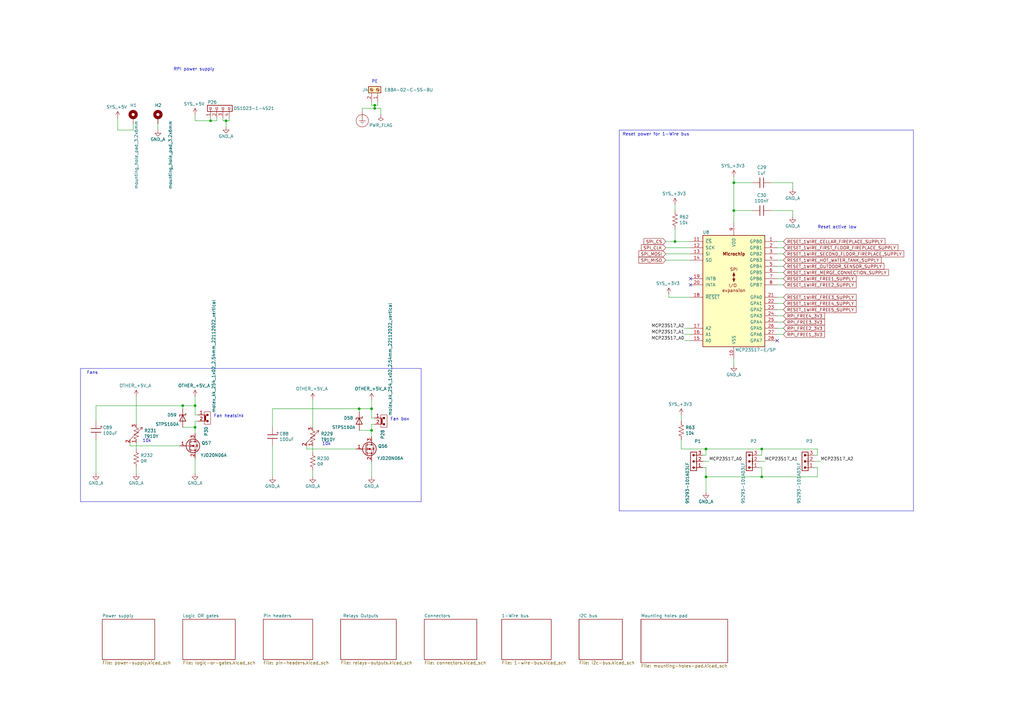
<source format=kicad_sch>
(kicad_sch (version 20230121) (generator eeschema)
  (paper "A3")
  (title_block (title "Central control unit") (date "2023-05-26") (rev "v1.0") (company "Roman Labovsky (roman-labovsky.cz)"))
  (lib_symbols
    (symbol "capacitor_elec_smd_rl:c_elec_8x10.5" (pin_numbers hide) (pin_names (offset 1.016) hide)
      (property "Reference" "C" (at 0 3.048 0))
      (property "Value" "c_elec_8x10.5" (at 1.778 -3.048 0))
      (symbol "c_elec_8x10.5_0_0"
        (text "+" (at -1.524 2.032 0) (effects (font (size 1.27 1.27))))
      )
      (symbol "c_elec_8x10.5_1_1"
        (polyline (pts (xy -0.762 -2.032) (xy -0.762 2.032)) (stroke (width 0.254)))
        (polyline (pts (xy 0.762 -2.032) (xy 0.762 2.032)) (stroke (width 0.254)))
        (pin passive line (at -3.81 0 0) (length 2.8956) (name "~") (number "1"))
        (pin passive line (at 3.81 0 180) (length 2.8956) (name "~") (number "2"))
      )
    )
    (symbol "capacitor_smd_rl:c_1206" (pin_numbers hide) (pin_names (offset 1.016) hide)
      (property "Reference" "C" (at 0 3.81 0))
      (property "Value" "c_1206" (at 0 -3.81 0))
      (symbol "c_1206_1_1"
        (polyline (pts (xy -0.762 -2.032) (xy -0.762 2.032)) (stroke (width 0.254)))
        (polyline (pts (xy 0.762 -2.032) (xy 0.762 2.032)) (stroke (width 0.254)))
        (pin passive line (at -3.81 0 0) (length 2.8956) (name "~") (number "1"))
        (pin passive line (at 3.81 0 180) (length 2.8956) (name "~") (number "2"))
      )
    )
    (symbol "connector_molex_tht_rl:molex_kk_254_1x02_2.54mm_22112022_vertical" (pin_names hide)
      (property "Reference" "P" (at -1.27 2.54 0))
      (property "Value" "molex_kk_254_1x02_2.54mm_22112022_vertical" (at 26.67 0 0))
      (symbol "molex_kk_254_1x02_2.54mm_22112022_vertical_0_1"
        (rectangle (start -2.54 1.27) (end 2.54 -1.27))
        (circle (center -1.27 0) (radius 0.254) (stroke (width 0.4572)))
        (polyline (pts (xy -1.27 -1.27) (xy -1.27 0)))
        (polyline (pts (xy 1.27 0) (xy 1.27 -1.27)))
        (circle (center 1.27 0) (radius 0.254) (stroke (width 0.4572)))
      )
      (symbol "molex_kk_254_1x02_2.54mm_22112022_vertical_1_1"
        (polyline (pts (xy -1.016 -1.27) (xy -1.016 -0.635) (xy 1.016 -0.635) (xy 1.016 -1.27)) (fill (type outline)))
        (pin passive line (at -1.27 -3.81 90) (length 2.54) (name "1") (number "1"))
        (pin passive line (at 1.27 -3.81 90) (length 2.54) (name "2") (number "2"))
      )
    )
    (symbol "connector_smd_pin_header_2.54mm_rl:95293-101A03LF" (pin_names (offset 1.016) hide)
      (property "Reference" "P" (at -2.54 2.54 0))
      (property "Value" "95293-101A03LF" (at 12.7 0 0))
      (symbol "95293-101A03LF_1_1"
        (circle (center -2.54 0) (radius 0.254) (stroke (width 0.4572)))
        (polyline (pts (xy -3.81 -1.27) (xy -3.81 1.27)) (stroke (width 0.254)))
        (polyline (pts (xy -3.81 -1.27) (xy 1.27 -1.27)) (stroke (width 0.254)))
        (polyline (pts (xy -2.54 -1.27) (xy -2.54 0)) (stroke (width 0.1524)))
        (polyline (pts (xy 0 -1.27) (xy 0 0)) (stroke (width 0.1524)))
        (polyline (pts (xy 2.54 -1.27) (xy 2.54 0)) (stroke (width 0.1524)))
        (polyline (pts (xy -1.27 -1.27) (xy 3.81 -1.27) (xy 3.81 1.27) (xy -3.81 1.27)) (stroke (width 0.254)))
        (circle (center 0 0) (radius 0.254) (stroke (width 0.4572)))
        (circle (center 2.54 0) (radius 0.254) (stroke (width 0.4572)))
        (pin passive line (at -2.54 -3.81 90) (length 2.54) (name "1") (number "1"))
        (pin passive line (at 0 -3.81 90) (length 2.54) (name "2") (number "2"))
        (pin passive line (at 2.54 -3.81 90) (length 2.54) (name "3") (number "3"))
      )
    )
    (symbol "connector_tht_pin_socket_2.54mm_rl:DS1023-1-4S21" (pin_names (offset 1.016) hide)
      (property "Reference" "P" (at -3.81 2.54 0))
      (property "Value" "DS1023-1-4S21" (at 13.97 0 0))
      (symbol "DS1023-1-4S21_0_1"
        (rectangle (start -4.191 0.381) (end -3.429 -0.381))
        (rectangle (start -1.651 0.381) (end -0.889 -0.381))
        (rectangle (start 0.889 0.381) (end 1.651 -0.381))
        (rectangle (start 3.429 0.381) (end 4.191 -0.381))
      )
      (symbol "DS1023-1-4S21_1_1"
        (rectangle (start -5.08 1.27) (end 5.08 -1.27) (stroke (width 0.254)))
        (polyline (pts (xy -3.81 -1.27) (xy -3.81 -0.381)) (stroke (width 0.1524)))
        (polyline (pts (xy -1.27 -1.27) (xy -1.27 -0.381)) (stroke (width 0.1524)))
        (polyline (pts (xy 1.27 -1.27) (xy 1.27 -0.381)) (stroke (width 0.1524)))
        (polyline (pts (xy 3.81 -1.27) (xy 3.81 -0.381)) (stroke (width 0.1524)))
        (pin passive line (at -3.81 -3.81 90) (length 2.54) (name "1") (number "1"))
        (pin passive line (at -1.27 -3.81 90) (length 2.54) (name "2") (number "2"))
        (pin passive line (at 1.27 -3.81 90) (length 2.54) (name "3") (number "3"))
        (pin passive line (at 3.81 -3.81 90) (length 2.54) (name "4") (number "4"))
      )
    )
    (symbol "diode_smd_rl:STPS160A" (pin_numbers hide) (pin_names (offset 1.016) hide)
      (property "Reference" "D" (at 0 2.54 0))
      (property "Value" "STPS160A" (at 0 -2.54 0))
      (symbol "STPS160A_0_0"
        (polyline (pts (xy 1.27 1.905) (xy 1.27 1.27) (xy -1.27 1.27) (xy -1.27 0.635)) (stroke (width 0.254)))
      )
      (symbol "STPS160A_1_1"
        (polyline (pts (xy 0 -1.27) (xy 0 1.27)))
        (polyline (pts (xy 1.27 -1.27) (xy -1.27 -1.27) (xy 0 1.27) (xy 1.27 -1.27)) (stroke (width 0.254)))
        (pin passive line (at 0 3.81 270) (length 2.54) (name "K") (number "1"))
        (pin passive line (at 0 -3.81 90) (length 2.54) (name "A") (number "2"))
      )
    )
    (symbol "interface_expansion_rl:MCP23S17-E/SP" (pin_names (offset 1.016))
      (property "Reference" "U" (at -11.43 24.13 0))
      (property "Value" "MCP23S17-E/SP" (at 8.89 -24.13 0))
      (symbol "MCP23S17-E/SP_1_1"
        (rectangle (start -12.7 22.86) (end 12.7 -22.86) (stroke (width 0.254)) (fill (type background)))
        (polyline (pts (xy 0 5.08) (xy 0 7.62) (xy -0.508 6.35) (xy 0.508 6.35) (xy 0 7.62)) (fill (type outline)))
        (polyline (pts (xy 0 6.35) (xy 0 3.81) (xy 0.508 5.08) (xy -0.508 5.08) (xy 0 3.81)) (fill (type outline)))
        (text "I/O \nexpansion" (at 0 1.27 0) (effects (font (size 1.27 1.27))))
        (text "Microchip" (at 0 15.24 0) (effects (font (size 1.27 1.27) bold)))
        (text "SPI" (at 0 8.89 0) (effects (font (size 1.27 1.27))))
        (pin bidirectional line (at 17.78 20.32 180) (length 5.08) (name "GPB0") (number "1"))
        (pin power_in line (at 0 -27.94 90) (length 5.08) (name "VSS") (number "10"))
        (pin input line (at -17.78 20.32 0) (length 5.08) (name "~{CS}") (number "11"))
        (pin input line (at -17.78 17.78 0) (length 5.08) (name "SCK") (number "12"))
        (pin input line (at -17.78 15.24 0) (length 5.08) (name "SI") (number "13"))
        (pin output line (at -17.78 12.7 0) (length 5.08) (name "SO") (number "14"))
        (pin input line (at -17.78 -20.32 0) (length 5.08) (name "A0") (number "15"))
        (pin input line (at -17.78 -17.78 0) (length 5.08) (name "A1") (number "16"))
        (pin input line (at -17.78 -15.24 0) (length 5.08) (name "A2") (number "17"))
        (pin input line (at -17.78 -2.54 0) (length 5.08) (name "~{RESET}") (number "18"))
        (pin tri_state line (at -17.78 5.08 0) (length 5.08) (name "INTB") (number "19"))
        (pin bidirectional line (at 17.78 17.78 180) (length 5.08) (name "GPB1") (number "2"))
        (pin tri_state line (at -17.78 2.54 0) (length 5.08) (name "INTA") (number "20"))
        (pin bidirectional line (at 17.78 -2.54 180) (length 5.08) (name "GPA0") (number "21"))
        (pin bidirectional line (at 17.78 -5.08 180) (length 5.08) (name "GPA1") (number "22"))
        (pin bidirectional line (at 17.78 -7.62 180) (length 5.08) (name "GPA2") (number "23"))
        (pin bidirectional line (at 17.78 -10.16 180) (length 5.08) (name "GPA3") (number "24"))
        (pin bidirectional line (at 17.78 -12.7 180) (length 5.08) (name "GPA4") (number "25"))
        (pin bidirectional line (at 17.78 -15.24 180) (length 5.08) (name "GPA5") (number "26"))
        (pin bidirectional line (at 17.78 -17.78 180) (length 5.08) (name "GPA6") (number "27"))
        (pin bidirectional line (at 17.78 -20.32 180) (length 5.08) (name "GPA7") (number "28"))
        (pin bidirectional line (at 17.78 15.24 180) (length 5.08) (name "GPB2") (number "3"))
        (pin bidirectional line (at 17.78 12.7 180) (length 5.08) (name "GPB3") (number "4"))
        (pin bidirectional line (at 17.78 10.16 180) (length 5.08) (name "GPB4") (number "5"))
        (pin bidirectional line (at 17.78 7.62 180) (length 5.08) (name "GPB5") (number "6"))
        (pin bidirectional line (at 17.78 5.08 180) (length 5.08) (name "GPB6") (number "7"))
        (pin bidirectional line (at 17.78 2.54 180) (length 5.08) (name "GPB7") (number "8"))
        (pin power_in line (at 0 27.94 270) (length 5.08) (name "VDD") (number "9"))
      )
    )
    (symbol "mounting_hole_pad_rl:mounting_hole_pad_3.2x6mm" (pin_numbers hide) (pin_names (offset 1.016) hide) (in_bom no)
      (property "Reference" "H" (at 0 2.54 0))
      (property "Value" "mounting_hole_pad_3.2x6mm" (at 16.51 0 0))
      (symbol "mounting_hole_pad_3.2x6mm_1_1"
        (circle (center 0 0) (radius 1.27) (stroke (width 1.27)))
        (pin input line (at 0 -3.81 90) (length 2.54) (name "1") (number "1"))
      )
    )
    (symbol "power_rl:Earth_Protective" (power) (pin_names (offset 0))
      (symbol "Earth_Protective_0_1"
        (circle (center 0 -3.81) (radius 2.54))
        (polyline (pts (xy -0.635 -4.445) (xy 0.635 -4.445)))
        (polyline (pts (xy -0.127 -5.08) (xy 0.127 -5.08)))
        (polyline (pts (xy 0 -3.81) (xy 0 0)))
        (polyline (pts (xy 1.27 -3.81) (xy -1.27 -3.81)))
      )
      (symbol "Earth_Protective_1_1"
        (pin power_in line (at 0 0 270) (length 0) hide (name "Earth_Protective") (number "1"))
      )
    )
    (symbol "power_rl:GND_A" (power) (pin_names (offset 0))
      (property "Value" "GND_A" (at 0 -3.81 0))
      (symbol "GND_A_0_1"
        (polyline (pts (xy 0 0) (xy 0 -1.27) (xy 1.27 -1.27) (xy 0 -2.54) (xy -1.27 -1.27) (xy 0 -1.27)))
      )
      (symbol "GND_A_1_1"
        (pin power_in line (at 0 0 270) (length 0) hide (name "GND_A") (number "1"))
      )
    )
    (symbol "power_rl:OTHER_+5V_A" (power) (pin_names (offset 1.016))
      (property "Value" "OTHER_+5V_A" (at 0 3.81 0))
      (symbol "OTHER_+5V_A_1_1"
        (polyline (pts (xy -0.762 1.27) (xy 0 2.54)))
        (polyline (pts (xy 0 0) (xy 0 2.54)))
        (polyline (pts (xy 0 2.54) (xy 0.762 1.27)))
        (pin power_in line (at 0 0 90) (length 0) hide (name "OTHER_+5V_A") (number "1"))
      )
    )
    (symbol "power_rl:PWR_FLAG" (power) (pin_numbers hide) (pin_names (offset 0) hide)
      (property "Value" "PWR_FLAG" (at 0 3.81 0))
      (symbol "PWR_FLAG_0_0"
        (pin power_out line (at 0 0 90) (length 0) (name "pwr") (number "1"))
      )
      (symbol "PWR_FLAG_0_1"
        (polyline (pts (xy 0 0) (xy 0 1.27) (xy -1.016 1.905) (xy 0 2.54) (xy 1.016 1.905) (xy 0 1.27)))
      )
    )
    (symbol "power_rl:SYS_+3V3" (power) (pin_names (offset 1.016))
      (property "Value" "SYS_+3V3" (at 0 3.81 0))
      (symbol "SYS_+3V3_1_1"
        (polyline (pts (xy -0.762 1.27) (xy 0 2.54)))
        (polyline (pts (xy 0 0) (xy 0 2.54)))
        (polyline (pts (xy 0 2.54) (xy 0.762 1.27)))
        (pin power_in line (at 0 0 90) (length 0) hide (name "SYS_+3V3") (number "1"))
      )
    )
    (symbol "power_rl:SYS_+5V" (power) (pin_names (offset 1.016))
      (property "Value" "SYS_+5V" (at 0 3.81 0))
      (symbol "SYS_+5V_1_1"
        (polyline (pts (xy -0.762 1.27) (xy 0 2.54)))
        (polyline (pts (xy 0 0) (xy 0 2.54)))
        (polyline (pts (xy 0 2.54) (xy 0.762 1.27)))
        (pin power_in line (at 0 0 90) (length 0) hide (name "SYS_+5V") (number "1"))
      )
    )
    (symbol "resistor_smd_rl:r_1206_us" (pin_numbers hide) (pin_names hide)
      (property "Reference" "R" (at 0 2.032 0))
      (property "Value" "r_1206_us" (at 0 -2.54 0))
      (symbol "r_1206_us_1_1"
        (polyline (pts (xy -2.286 0) (xy -2.54 0)))
        (polyline (pts (xy 2.286 0) (xy 2.54 0)))
        (polyline (pts (xy -2.286 0) (xy -1.905 1.016) (xy -1.524 0) (xy -1.143 -1.016) (xy -0.762 0)))
        (polyline (pts (xy -0.762 0) (xy -0.381 1.016) (xy 0 0) (xy 0.381 -1.016) (xy 0.762 0)))
        (polyline (pts (xy 0.762 0) (xy 1.143 1.016) (xy 1.524 0) (xy 1.905 -1.016) (xy 2.286 0)))
        (pin passive line (at -3.81 0 0) (length 1.27) (name "~") (number "1"))
        (pin passive line (at 3.81 0 180) (length 1.27) (name "~") (number "2"))
      )
    )
    (symbol "terminal_block_tht_rl:EBBA-02-C-SS-BU" (pin_names (offset 1.016) hide)
      (property "Reference" "J" (at 0 3.81 0))
      (property "Value" "EBBA-02-C-SS-BU" (at 0 -3.81 0))
      (symbol "EBBA-02-C-SS-BU_1_1"
        (rectangle (start -1.27 2.54) (end 1.27 -2.54) (stroke (width 0.254)) (fill (type background)))
        (circle (center 0 -1.27) (radius 0.635) (stroke (width 0.1524)))
        (polyline (pts (xy -0.5334 -0.9398) (xy 0.3302 -1.778)) (stroke (width 0.1524)))
        (polyline (pts (xy -0.5334 1.6002) (xy 0.3302 0.762)) (stroke (width 0.1524)))
        (polyline (pts (xy -0.3556 -0.762) (xy 0.508 -1.6002)) (stroke (width 0.1524)))
        (polyline (pts (xy -0.3556 1.778) (xy 0.508 0.9398)) (stroke (width 0.1524)))
        (circle (center 0 1.27) (radius 0.635) (stroke (width 0.1524)))
        (pin passive line (at -5.08 1.27 0) (length 3.81) (name "1") (number "1"))
        (pin passive line (at -5.08 -1.27 0) (length 3.81) (name "2") (number "2"))
      )
    )
    (symbol "trimmer_tht_rl:T910Y" (pin_names (offset 1.016) hide)
      (property "Reference" "R" (at -0.508 3.429 0))
      (property "Value" "T910Y" (at 0 -3.81 0))
      (symbol "T910Y_1_1"
        (polyline (pts (xy -2.286 0) (xy -2.54 0)))
        (polyline (pts (xy 2.286 0) (xy 2.54 0)))
        (polyline (pts (xy -2.286 0) (xy -1.905 1.016) (xy -1.524 0) (xy -1.143 -1.016) (xy -0.762 0)) (stroke (width 0.1524)))
        (polyline (pts (xy -1.524 2.286) (xy -2.54 2.54) (xy -2.286 1.524) (xy -2.54 2.54) (xy 2.54 -2.54)) (stroke (width 0.1524)))
        (polyline (pts (xy -0.762 0) (xy -0.381 1.016) (xy 0 0) (xy 0.381 -1.016) (xy 0.762 0)))
        (polyline (pts (xy 0.762 0) (xy 1.143 1.016) (xy 1.524 0) (xy 1.905 -1.016) (xy 2.286 0)))
        (pin passive line (at 3.81 0 180) (length 1.27) (name "~") (number "1"))
        (pin passive line (at 3.81 -2.54 180) (length 1.27) (name "~") (number "2"))
        (pin passive line (at -3.81 0 0) (length 1.27) (name "~") (number "3"))
      )
    )
    (symbol "unipolar_transistor_smd_rl:YJD20N06A" (pin_names hide)
      (property "Reference" "Q" (at 1.27 3.81 0))
      (property "Value" "YJD20N06A" (at 7.62 -3.81 0))
      (symbol "YJD20N06A_1_1"
        (circle (center -0.889 0) (radius 2.794) (stroke (width 0.254)))
        (circle (center 0 -1.778) (radius 0.254) (fill (type outline)))
        (polyline (pts (xy -2.286 0) (xy -5.08 0)))
        (polyline (pts (xy -2.286 1.905) (xy -2.286 -1.905)) (stroke (width 0.254)))
        (polyline (pts (xy -1.778 -1.27) (xy -1.778 -2.286)) (stroke (width 0.254)))
        (polyline (pts (xy -1.778 0.508) (xy -1.778 -0.508)) (stroke (width 0.254)))
        (polyline (pts (xy -1.778 2.286) (xy -1.778 1.27)) (stroke (width 0.254)))
        (polyline (pts (xy 0 2.54) (xy 0 1.778)))
        (polyline (pts (xy 0 -2.54) (xy 0 0) (xy -1.778 0)))
        (polyline (pts (xy -1.778 -1.778) (xy 0.762 -1.778) (xy 0.762 1.778) (xy -1.778 1.778)))
        (polyline (pts (xy -1.524 0) (xy -0.508 0.381) (xy -0.508 -0.381) (xy -1.524 0)) (fill (type outline)))
        (polyline (pts (xy 0.254 0.508) (xy 0.381 0.381) (xy 1.143 0.381) (xy 1.27 0.254)))
        (polyline (pts (xy 0.762 0.381) (xy 0.381 -0.254) (xy 1.143 -0.254) (xy 0.762 0.381)))
        (circle (center 0 1.778) (radius 0.254) (fill (type outline)))
        (pin input line (at -6.35 0 0) (length 2.54) (name "G") (number "1"))
        (pin passive line (at 0 -5.08 90) (length 2.54) (name "S") (number "2"))
        (pin passive line (at 0 5.08 270) (length 2.54) (name "D") (number "3"))
      )
    )
  )
  (junction (at 300.99 86.36))
  (junction (at 153.67 44.45))
  (junction (at 86.36 49.53))
  (junction (at 152.4 167.64))
  (junction (at 289.56 184.15))
  (junction (at 289.56 195.58))
  (junction (at 74.93 166.37))
  (junction (at 312.42 184.15))
  (junction (at 312.42 195.58))
  (junction (at 276.86 99.06))
  (junction (at 153.67 43.18))
  (junction (at 80.01 175.26))
  (junction (at 92.71 49.53))
  (junction (at 300.99 74.93))
  (junction (at 152.4 176.53))
  (junction (at 147.32 167.64))
  (junction (at 80.01 166.37))
  (no_connect (at 283.21 116.84))
  (no_connect (at 283.21 114.3))
  (no_connect (at 318.77 139.7))
  (wire (pts (xy 300.99 74.93) (xy 300.99 86.36)))
  (wire (pts (xy 276.86 99.06) (xy 273.05 99.06)))
  (wire (pts (xy 55.88 191.77) (xy 55.88 194.31)))
  (wire (pts (xy 152.4 167.64) (xy 147.32 167.64)))
  (wire (pts (xy 92.71 52.07) (xy 92.71 49.53)))
  (wire (pts (xy 152.4 41.91) (xy 152.4 43.18)))
  (wire (pts (xy 289.56 186.69) (xy 289.56 184.15)))
  (wire (pts (xy 153.67 43.18) (xy 153.67 44.45)))
  (wire (pts (xy 80.01 49.53) (xy 80.01 46.99)))
  (wire (pts (xy 152.4 171.45) (xy 152.4 167.64)))
  (polyline (pts (xy 33.02 151.13) (xy 33.02 205.74)))
  (wire (pts (xy 152.4 173.99) (xy 153.67 173.99)))
  (wire (pts (xy 111.76 167.64) (xy 111.76 175.26)))
  (wire (pts (xy 80.01 175.26) (xy 80.01 172.72)))
  (wire (pts (xy 288.29 186.69) (xy 289.56 186.69)))
  (wire (pts (xy 53.34 182.88) (xy 53.34 181.61)))
  (wire (pts (xy 80.01 172.72) (xy 81.28 172.72)))
  (wire (pts (xy 276.86 99.06) (xy 276.86 93.98)))
  (wire (pts (xy 311.15 189.23) (xy 313.69 189.23)))
  (wire (pts (xy 152.4 195.58) (xy 152.4 189.23)))
  (wire (pts (xy 318.77 101.6) (xy 321.31 101.6)))
  (wire (pts (xy 55.88 181.61) (xy 55.88 184.15)))
  (wire (pts (xy 289.56 184.15) (xy 279.4 184.15)))
  (wire (pts (xy 152.4 176.53) (xy 152.4 173.99)))
  (wire (pts (xy 283.21 137.16) (xy 280.67 137.16)))
  (wire (pts (xy 318.77 104.14) (xy 321.31 104.14)))
  (wire (pts (xy 128.27 175.26) (xy 128.27 163.83)))
  (wire (pts (xy 153.67 171.45) (xy 152.4 171.45)))
  (wire (pts (xy 39.37 194.31) (xy 39.37 180.34)))
  (wire (pts (xy 279.4 170.18) (xy 279.4 172.72)))
  (wire (pts (xy 86.36 49.53) (xy 86.36 48.26)))
  (wire (pts (xy 154.94 43.18) (xy 154.94 41.91)))
  (wire (pts (xy 283.21 121.92) (xy 274.32 121.92)))
  (wire (pts (xy 300.99 72.39) (xy 300.99 74.93)))
  (wire (pts (xy 316.23 86.36) (xy 325.12 86.36)))
  (wire (pts (xy 312.42 191.77) (xy 311.15 191.77)))
  (wire (pts (xy 283.21 106.68) (xy 273.05 106.68)))
  (wire (pts (xy 283.21 139.7) (xy 280.67 139.7)))
  (wire (pts (xy 152.4 43.18) (xy 153.67 43.18)))
  (wire (pts (xy 289.56 191.77) (xy 289.56 195.58)))
  (wire (pts (xy 156.21 44.45) (xy 156.21 46.99)))
  (polyline (pts (xy 254 53.34) (xy 254 209.55)))
  (polyline (pts (xy 33.02 205.74) (xy 172.72 205.74)))
  (wire (pts (xy 91.44 49.53) (xy 92.71 49.53)))
  (wire (pts (xy 276.86 99.06) (xy 283.21 99.06)))
  (wire (pts (xy 318.77 129.54) (xy 321.31 129.54)))
  (wire (pts (xy 318.77 121.92) (xy 321.31 121.92)))
  (wire (pts (xy 48.26 53.34) (xy 54.61 53.34)))
  (wire (pts (xy 80.01 177.8) (xy 80.01 175.26)))
  (polyline (pts (xy 172.72 205.74) (xy 172.72 151.13)))
  (wire (pts (xy 318.77 116.84) (xy 321.31 116.84)))
  (wire (pts (xy 312.42 195.58) (xy 335.28 195.58)))
  (wire (pts (xy 53.34 182.88) (xy 73.66 182.88)))
  (wire (pts (xy 152.4 179.07) (xy 152.4 176.53)))
  (wire (pts (xy 312.42 195.58) (xy 312.42 191.77)))
  (wire (pts (xy 312.42 186.69) (xy 311.15 186.69)))
  (wire (pts (xy 335.28 186.69) (xy 335.28 184.15)))
  (wire (pts (xy 283.21 134.62) (xy 280.67 134.62)))
  (wire (pts (xy 80.01 194.31) (xy 80.01 187.96)))
  (wire (pts (xy 308.61 86.36) (xy 300.99 86.36)))
  (polyline (pts (xy 254 209.55) (xy 374.65 209.55)))
  (wire (pts (xy 318.77 111.76) (xy 321.31 111.76)))
  (wire (pts (xy 39.37 166.37) (xy 39.37 172.72)))
  (wire (pts (xy 318.77 137.16) (xy 321.31 137.16)))
  (wire (pts (xy 91.44 48.26) (xy 91.44 49.53)))
  (wire (pts (xy 283.21 104.14) (xy 273.05 104.14)))
  (wire (pts (xy 300.99 149.86) (xy 300.99 147.32)))
  (wire (pts (xy 147.32 176.53) (xy 152.4 176.53)))
  (wire (pts (xy 318.77 127) (xy 321.31 127)))
  (wire (pts (xy 312.42 184.15) (xy 312.42 186.69)))
  (wire (pts (xy 48.26 48.26) (xy 48.26 53.34)))
  (wire (pts (xy 334.01 186.69) (xy 335.28 186.69)))
  (polyline (pts (xy 172.72 151.13) (xy 33.02 151.13)))
  (wire (pts (xy 80.01 166.37) (xy 74.93 166.37)))
  (wire (pts (xy 74.93 166.37) (xy 74.93 167.64)))
  (wire (pts (xy 111.76 167.64) (xy 147.32 167.64)))
  (wire (pts (xy 86.36 49.53) (xy 80.01 49.53)))
  (wire (pts (xy 148.59 44.45) (xy 153.67 44.45)))
  (wire (pts (xy 335.28 195.58) (xy 335.28 191.77)))
  (wire (pts (xy 80.01 166.37) (xy 80.01 162.56)))
  (wire (pts (xy 325.12 74.93) (xy 325.12 77.47)))
  (wire (pts (xy 148.59 45.72) (xy 148.59 44.45)))
  (wire (pts (xy 39.37 166.37) (xy 74.93 166.37)))
  (wire (pts (xy 74.93 175.26) (xy 80.01 175.26)))
  (wire (pts (xy 92.71 49.53) (xy 93.98 49.53)))
  (wire (pts (xy 111.76 195.58) (xy 111.76 182.88)))
  (wire (pts (xy 325.12 86.36) (xy 325.12 88.9)))
  (wire (pts (xy 153.67 44.45) (xy 156.21 44.45)))
  (wire (pts (xy 81.28 170.18) (xy 80.01 170.18)))
  (wire (pts (xy 128.27 193.04) (xy 128.27 195.58)))
  (wire (pts (xy 335.28 191.77) (xy 334.01 191.77)))
  (wire (pts (xy 276.86 83.82) (xy 276.86 86.36)))
  (wire (pts (xy 152.4 167.64) (xy 152.4 163.83)))
  (polyline (pts (xy 374.65 53.34) (xy 254 53.34)))
  (wire (pts (xy 88.9 48.26) (xy 88.9 49.53)))
  (wire (pts (xy 88.9 49.53) (xy 86.36 49.53)))
  (wire (pts (xy 283.21 101.6) (xy 273.05 101.6)))
  (polyline (pts (xy 374.65 209.55) (xy 374.65 53.34)))
  (wire (pts (xy 316.23 74.93) (xy 325.12 74.93)))
  (wire (pts (xy 318.77 106.68) (xy 321.31 106.68)))
  (wire (pts (xy 288.29 189.23) (xy 290.83 189.23)))
  (wire (pts (xy 318.77 124.46) (xy 321.31 124.46)))
  (wire (pts (xy 318.77 134.62) (xy 321.31 134.62)))
  (wire (pts (xy 147.32 167.64) (xy 147.32 168.91)))
  (wire (pts (xy 318.77 109.22) (xy 321.31 109.22)))
  (wire (pts (xy 54.61 53.34) (xy 54.61 50.8)))
  (wire (pts (xy 312.42 184.15) (xy 335.28 184.15)))
  (wire (pts (xy 300.99 74.93) (xy 308.61 74.93)))
  (wire (pts (xy 318.77 132.08) (xy 321.31 132.08)))
  (wire (pts (xy 318.77 99.06) (xy 321.31 99.06)))
  (wire (pts (xy 334.01 189.23) (xy 336.55 189.23)))
  (wire (pts (xy 125.73 184.15) (xy 125.73 182.88)))
  (wire (pts (xy 318.77 114.3) (xy 321.31 114.3)))
  (wire (pts (xy 125.73 184.15) (xy 146.05 184.15)))
  (wire (pts (xy 288.29 191.77) (xy 289.56 191.77)))
  (wire (pts (xy 64.77 50.8) (xy 64.77 53.34)))
  (wire (pts (xy 289.56 201.93) (xy 289.56 195.58)))
  (wire (pts (xy 289.56 195.58) (xy 312.42 195.58)))
  (wire (pts (xy 128.27 182.88) (xy 128.27 185.42)))
  (wire (pts (xy 289.56 184.15) (xy 312.42 184.15)))
  (wire (pts (xy 153.67 43.18) (xy 154.94 43.18)))
  (wire (pts (xy 274.32 121.92) (xy 274.32 120.65)))
  (wire (pts (xy 300.99 86.36) (xy 300.99 91.44)))
  (wire (pts (xy 279.4 184.15) (xy 279.4 180.34)))
  (wire (pts (xy 80.01 170.18) (xy 80.01 166.37)))
  (wire (pts (xy 93.98 49.53) (xy 93.98 48.26)))
  (wire (pts (xy 55.88 173.99) (xy 55.88 162.56)))
  (text "PE" (at 152.4 34.29 0) (effects (font (size 1.27 1.27)) (justify left bottom)))
  (text "Fan box" (at 160.02 172.72 0) (effects (font (size 1.27 1.27)) (justify left bottom)))
  (text "Reset power for 1-Wire bus" (at 255.27 55.88 0) (effects (font (size 1.27 1.27)) (justify left bottom)))
  (text "Fans" (at 35.56 153.67 0) (effects (font (size 1.27 1.27)) (justify left bottom)))
  (text "Reset active low" (at 335.28 93.98 0) (effects (font (size 1.27 1.27)) (justify left bottom)))
  (text "10k" (at 132.08 182.88 0) (effects (font (size 1.27 1.27)) (justify left bottom)))
  (text "Fan heatsink" (at 87.63 171.45 0) (effects (font (size 1.27 1.27)) (justify left bottom)))
  (text "RPI power supply" (at 71.12 29.21 0) (effects (font (size 1.27 1.27)) (justify left bottom)))
  (text "10k" (at 58.42 181.61 0) (effects (font (size 1.27 1.27)) (justify left bottom)))
  (label "MCP23S17_A0" (at 280.67 139.7 180))
  (label "MCP23S17_A1" (at 280.67 137.16 180))
  (label "MCP23S17_A2" (at 336.55 189.23 0))
  (label "MCP23S17_A2" (at 280.67 134.62 180))
  (label "MCP23S17_A1" (at 313.69 189.23 0))
  (label "MCP23S17_A0" (at 290.83 189.23 0))
  (global_label "RPI_FREE1_3V3" (shape input) (at 321.31 137.16 0) (property "Intersheetrefs" "${INTERSHEET_REFS}" (effects hide)))
  (global_label "RESET_1WIRE_FIRST_FLOOR_FIREPLACE_SUPPLY" (shape input) (at 321.31 101.6 0) (property "Intersheetrefs" "${INTERSHEET_REFS}" (effects hide)))
  (global_label "RESET_1WIRE_FREE2_SUPPLY" (shape input) (at 321.31 116.84 0) (property "Intersheetrefs" "${INTERSHEET_REFS}" (effects hide)))
  (global_label "RPI_FREE4_3V3" (shape input) (at 321.31 129.54 0) (property "Intersheetrefs" "${INTERSHEET_REFS}" (effects hide)))
  (global_label "RESET_1WIRE_HOT_WATER_TANK_SUPPLY" (shape input) (at 321.31 106.68 0) (property "Intersheetrefs" "${INTERSHEET_REFS}" (effects hide)))
  (global_label "SPI_CLK" (shape input) (at 273.05 101.6 180) (property "Intersheetrefs" "${INTERSHEET_REFS}" (effects hide)))
  (global_label "RESET_1WIRE_OUTDOOR_SENSOR_SUPPLY" (shape input) (at 321.31 109.22 0) (property "Intersheetrefs" "${INTERSHEET_REFS}" (effects hide)))
  (global_label "RESET_1WIRE_SECOND_FLOOR_FIREPLACE_SUPPLY" (shape input) (at 321.31 104.14 0) (property "Intersheetrefs" "${INTERSHEET_REFS}" (effects hide)))
  (global_label "RESET_1WIRE_FREE3_SUPPLY" (shape input) (at 321.31 121.92 0) (property "Intersheetrefs" "${INTERSHEET_REFS}" (effects hide)))
  (global_label "RESET_1WIRE_FREE1_SUPPLY" (shape input) (at 321.31 114.3 0) (property "Intersheetrefs" "${INTERSHEET_REFS}" (effects hide)))
  (global_label "SPI_MOSI" (shape input) (at 273.05 104.14 180) (property "Intersheetrefs" "${INTERSHEET_REFS}" (effects hide)))
  (global_label "RESET_1WIRE_FREE4_SUPPLY" (shape input) (at 321.31 124.46 0) (property "Intersheetrefs" "${INTERSHEET_REFS}" (effects hide)))
  (global_label "SPI_CS" (shape input) (at 273.05 99.06 180) (property "Intersheetrefs" "${INTERSHEET_REFS}" (effects hide)))
  (global_label "RPI_FREE2_3V3" (shape input) (at 321.31 134.62 0) (property "Intersheetrefs" "${INTERSHEET_REFS}" (effects hide)))
  (global_label "RESET_1WIRE_MERGE_CONNECTION_SUPPLY" (shape input) (at 321.31 111.76 0) (property "Intersheetrefs" "${INTERSHEET_REFS}" (effects hide)))
  (global_label "SPI_MISO" (shape input) (at 273.05 106.68 180) (property "Intersheetrefs" "${INTERSHEET_REFS}" (effects hide)))
  (global_label "RESET_1WIRE_FREE5_SUPPLY" (shape input) (at 321.31 127 0) (property "Intersheetrefs" "${INTERSHEET_REFS}" (effects hide)))
  (global_label "RESET_1WIRE_CELLAR_FIREPLACE_SUPPLY" (shape input) (at 321.31 99.06 0) (property "Intersheetrefs" "${INTERSHEET_REFS}" (effects hide)))
  (global_label "RPI_FREE3_3V3" (shape input) (at 321.31 132.08 0) (property "Intersheetrefs" "${INTERSHEET_REFS}" (effects hide)))
  (symbol (lib_id "power_rl:SYS_+3V3") (at 300.99 72.39 0) (unit 1)
    (property "Reference" "#PWR070" (effects hide))
    (property "Value" "SYS_+3V3" (at 300.609 67.9958 0))
  )
  (symbol (lib_id "power_rl:SYS_+3V3") (at 276.86 83.82 0) (unit 1)
    (property "Reference" "#PWR067" (effects hide))
    (property "Value" "SYS_+3V3" (at 276.479 79.4258 0))
  )
  (symbol (lib_id "power_rl:SYS_+3V3") (at 279.4 170.18 0) (unit 1)
    (property "Reference" "#PWR068" (effects hide))
    (property "Value" "SYS_+3V3" (at 279.019 165.7858 0))
  )
  (symbol (lib_id "power_rl:SYS_+3V3") (at 274.32 120.65 0) (unit 1)
    (property "Reference" "#PWR065" (effects hide))
    (property "Value" "SYS_+3V3" (at 273.939 116.2558 0))
  )
  (symbol (lib_id "terminal_block_tht_rl:EBBA-02-C-SS-BU") (at 153.67 36.83 270) (mirror x) (unit 1)
    (property "Reference" "J4" (at 148.59 36.83 90) (effects (justify left)))
    (property "Value" "EBBA-02-C-SS-BU" (at 167.64 36.83 90))
    (property "Footprint" "terminal_block_tht_rl:EBBA-02-C-SS-BU" (effects hide))
    (property "Datasheet" "https://app.adam-tech.com/products/download/data_sheet/204164/ebba-xx-c-ss-bu-data-sheet.pdf" (effects hide))
  )
  (symbol (lib_id "connector_tht_pin_socket_2.54mm_rl:DS1023-1-4S21") (at 90.17 44.45 0) (unit 1)
    (property "Reference" "P26" (at 85.09 41.91 0) (effects (justify left)))
    (property "Value" "DS1023-1-4S21" (at 104.14 44.45 0))
    (property "Footprint" "connector_tht_pinsocket_2.54mm_rl:1x4_pinsocket_2.54mm_vertical_8.5mm" (effects hide))
    (property "Datasheet" "http://en.connfly.group/static/upload/file/pdf/DS1023.pdf" (effects hide))
  )
  (symbol (lib_id "power_rl:SYS_+5V") (at 80.01 46.99 0) (unit 1)
    (property "Reference" "#PWR0325" (effects hide))
    (property "Value" "SYS_+5V" (at 79.629 42.5958 0))
  )
  (symbol (lib_id "power_rl:GND_A") (at 64.77 53.34 0) (unit 1)
    (property "Reference" "#PWR0326" (effects hide))
    (property "Value" "GND_A" (at 64.77 57.15 0))
  )
  (symbol (lib_id "power_rl:SYS_+5V") (at 48.26 48.26 0) (unit 1)
    (property "Reference" "#PWR0323" (effects hide))
    (property "Value" "SYS_+5V" (at 47.879 43.8658 0))
  )
  (symbol (lib_id "mounting_hole_pad_rl:mounting_hole_pad_3.2x6mm") (at 54.61 46.99 0) (unit 1) (in_bom no)
    (property "Reference" "H1" (at 53.34 43.18 0) (effects (justify left)))
    (property "Value" "mounting_hole_pad_3.2x6mm" (at 55.88 63.5 90))
    (property "Footprint" "mounting_hole_pad_rl:mounting_hole_pad_3.2x6mm" (effects hide))
  )
  (symbol (lib_id "mounting_hole_pad_rl:mounting_hole_pad_3.2x6mm") (at 64.77 46.99 0) (unit 1) (in_bom no)
    (property "Reference" "H2" (at 63.5 43.18 0) (effects (justify left)))
    (property "Value" "mounting_hole_pad_3.2x6mm" (at 69.85 63.5 90))
    (property "Footprint" "mounting_hole_pad_rl:mounting_hole_pad_3.2x6mm" (effects hide))
  )
  (symbol (lib_id "connector_molex_tht_rl:molex_kk_254_1x02_2.54mm_22112022_vertical") (at 157.48 172.72 270) (unit 1)
    (property "Reference" "P28" (at 156.9466 176.2252 0) (effects (justify left)))
    (property "Value" "molex_kk_254_1x02_2.54mm_22112022_vertical" (at 160.02 147.32 0))
    (property "Footprint" "connector_molex_tht_rl:molex_kk_254_1x02_2.54mm_22112022_vertical" (effects hide))
    (property "Datasheet" "https://www.molex.com/en-us/products/part-detail/22112022?display=pdf" (effects hide))
  )
  (symbol (lib_id "power_rl:GND_A") (at 152.4 195.58 0) (unit 1)
    (property "Reference" "#PWR0328" (effects hide))
    (property "Value" "GND_A" (at 152.4 199.39 0))
  )
  (symbol (lib_id "connector_molex_tht_rl:molex_kk_254_1x02_2.54mm_22112022_vertical") (at 85.09 171.45 270) (unit 1)
    (property "Reference" "P30" (at 84.5566 174.9552 0) (effects (justify left)))
    (property "Value" "molex_kk_254_1x02_2.54mm_22112022_vertical" (at 87.63 146.05 0))
    (property "Footprint" "connector_molex_tht_rl:molex_kk_254_1x02_2.54mm_22112022_vertical" (effects hide))
    (property "Datasheet" "https://www.molex.com/en-us/products/part-detail/22112022?display=pdf" (effects hide))
  )
  (symbol (lib_id "power_rl:GND_A") (at 80.01 194.31 0) (unit 1)
    (property "Reference" "#PWR0333" (effects hide))
    (property "Value" "GND_A" (at 80.01 198.12 0))
  )
  (symbol (lib_id "power_rl:OTHER_+5V_A") (at 80.01 162.56 0) (unit 1)
    (property "Reference" "#PWR0334" (effects hide))
    (property "Value" "OTHER_+5V_A" (at 79.629 158.1658 0))
  )
  (symbol (lib_id "diode_smd_rl:STPS160A") (at 74.93 171.45 0) (unit 1)
    (property "Reference" "D59" (at 68.58 170.18 0) (effects (justify left)))
    (property "Value" "STPS160A" (at 68.58 173.99 0))
    (property "Footprint" "diode_smd_rl:sma" (effects hide))
    (property "Datasheet" "https://www.st.com/resource/en/datasheet/stps160.pdf" (effects hide))
  )
  (symbol (lib_id "power_rl:GND_A") (at 39.37 194.31 0) (unit 1)
    (property "Reference" "#PWR0335" (effects hide))
    (property "Value" "GND_A" (at 39.37 198.12 0))
  )
  (symbol (lib_id "unipolar_transistor_smd_rl:YJD20N06A") (at 80.01 182.88 0) (unit 1)
    (property "Reference" "Q57" (at 82.6516 181.7116 0) (effects (justify left)))
    (property "Value" "YJD20N06A" (at 87.63 186.69 0))
    (property "Footprint" "package_to_rl:to_252_2" (effects hide))
    (property "Datasheet" "https://www.21yangjie.com/pdf/mosfet/YJD20N06A.pdf" (effects hide))
  )
  (symbol (lib_id "trimmer_tht_rl:T910Y") (at 55.88 177.8 270) (unit 1)
    (property "Reference" "R231" (at 59.1312 176.6316 90) (effects (justify left)))
    (property "Value" "T910Y" (at 59.1312 178.943 90) (effects (justify left)))
    (property "Footprint" "trimmer_tht_rl:T910Y" (effects hide))
  )
  (symbol (lib_id "power_rl:GND_A") (at 55.88 194.31 0) (unit 1)
    (property "Reference" "#PWR0336" (effects hide))
    (property "Value" "GND_A" (at 55.88 198.12 0))
  )
  (symbol (lib_id "power_rl:OTHER_+5V_A") (at 55.88 162.56 0) (unit 1)
    (property "Reference" "#PWR0337" (effects hide))
    (property "Value" "OTHER_+5V_A" (at 55.499 158.1658 0))
  )
  (symbol (lib_id "resistor_smd_rl:r_1206_us") (at 55.88 187.96 90) (unit 1)
    (property "Reference" "R232" (at 57.6072 186.7916 90) (effects (justify right)))
    (property "Value" "0R" (at 57.6072 189.103 90) (effects (justify right)))
    (property "Footprint" "resistor_smd_rl:r_1206" (effects hide))
  )
  (symbol (lib_id "power_rl:GND_A") (at 92.71 52.07 0) (unit 1)
    (property "Reference" "#PWR0324" (effects hide))
    (property "Value" "GND_A" (at 92.71 55.88 0))
  )
  (symbol (lib_id "power_rl:OTHER_+5V_A") (at 152.4 163.83 0) (unit 1)
    (property "Reference" "#PWR0327" (effects hide))
    (property "Value" "OTHER_+5V_A" (at 152.019 159.4358 0))
  )
  (symbol (lib_id "diode_smd_rl:STPS160A") (at 147.32 172.72 0) (unit 1)
    (property "Reference" "D58" (at 140.97 171.45 0) (effects (justify left)))
    (property "Value" "STPS160A" (at 140.97 175.26 0))
    (property "Footprint" "diode_smd_rl:sma" (effects hide))
    (property "Datasheet" "https://www.st.com/resource/en/datasheet/stps160.pdf" (effects hide))
  )
  (symbol (lib_id "capacitor_elec_smd_rl:c_elec_8x10.5") (at 39.37 176.53 270) (unit 1)
    (property "Reference" "C89" (at 42.164 175.3616 90) (effects (justify left)))
    (property "Value" "100uF" (at 42.164 177.673 90) (effects (justify left)))
    (property "Footprint" "capacitor_elec_smd_rl:c_elec_8x10.5" (effects hide))
  )
  (symbol (lib_id "capacitor_elec_smd_rl:c_elec_8x10.5") (at 111.76 179.07 270) (unit 1)
    (property "Reference" "C88" (at 114.554 177.9016 90) (effects (justify left)))
    (property "Value" "100uF" (at 114.554 180.213 90) (effects (justify left)))
    (property "Footprint" "capacitor_elec_smd_rl:c_elec_8x10.5" (effects hide))
  )
  (symbol (lib_id "power_rl:GND_A") (at 111.76 195.58 0) (unit 1)
    (property "Reference" "#PWR0330" (effects hide))
    (property "Value" "GND_A" (at 111.76 199.39 0))
  )
  (symbol (lib_id "unipolar_transistor_smd_rl:YJD20N06A") (at 152.4 184.15 0) (unit 1)
    (property "Reference" "Q56" (at 155.0416 182.9816 0) (effects (justify left)))
    (property "Value" "YJD20N06A" (at 160.02 187.96 0))
    (property "Footprint" "package_to_rl:to_252_2" (effects hide))
    (property "Datasheet" "https://www.21yangjie.com/pdf/mosfet/YJD20N06A.pdf" (effects hide))
  )
  (symbol (lib_id "trimmer_tht_rl:T910Y") (at 128.27 179.07 270) (unit 1)
    (property "Reference" "R229" (at 131.5212 177.9016 90) (effects (justify left)))
    (property "Value" "T910Y" (at 134.62 180.34 90))
    (property "Footprint" "trimmer_tht_rl:T910Y" (effects hide))
  )
  (symbol (lib_id "power_rl:GND_A") (at 128.27 195.58 0) (unit 1)
    (property "Reference" "#PWR0331" (effects hide))
    (property "Value" "GND_A" (at 128.27 199.39 0))
  )
  (symbol (lib_id "power_rl:GND_A") (at 289.56 201.93 0) (unit 1)
    (property "Reference" "#PWR0220" (effects hide))
    (property "Value" "GND_A" (at 289.56 205.74 0))
  )
  (symbol (lib_id "power_rl:OTHER_+5V_A") (at 128.27 163.83 0) (unit 1)
    (property "Reference" "#PWR0332" (effects hide))
    (property "Value" "OTHER_+5V_A" (at 127.889 159.4358 0))
  )
  (symbol (lib_id "resistor_smd_rl:r_1206_us") (at 128.27 189.23 90) (unit 1)
    (property "Reference" "R230" (at 129.9972 188.0616 90) (effects (justify right)))
    (property "Value" "0R" (at 129.9972 190.373 90) (effects (justify right)))
    (property "Footprint" "resistor_smd_rl:r_1206" (effects hide))
  )
  (symbol (lib_id "power_rl:GND_A") (at 300.99 149.86 0) (unit 1)
    (property "Reference" "#PWR071" (effects hide))
    (property "Value" "GND_A" (at 300.99 153.67 0))
  )
  (symbol (lib_id "power_rl:GND_A") (at 325.12 88.9 0) (unit 1)
    (property "Reference" "#PWR075" (effects hide))
    (property "Value" "GND_A" (at 325.12 92.71 0))
  )
  (symbol (lib_id "power_rl:GND_A") (at 325.12 77.47 0) (unit 1)
    (property "Reference" "#PWR074" (effects hide))
    (property "Value" "GND_A" (at 325.12 81.28 0))
  )
  (symbol (lib_id "power_rl:Earth_Protective") (at 148.59 45.72 0) (unit 1)
    (property "Reference" "#PWR011" (effects hide))
    (property "Value" "Earth_Protective" (effects hide))
  )
  (symbol (lib_id "power_rl:PWR_FLAG") (at 156.21 46.99 180) (unit 1)
    (property "Reference" "#FLG07" (effects hide))
    (property "Value" "PWR_FLAG" (at 156.21 51.3842 0))
  )
  (symbol (lib_id "interface_expansion_rl:MCP23S17-E/SP") (at 300.99 119.38 0) (unit 1)
    (property "Reference" "U8" (at 289.56 95.25 0))
    (property "Value" "MCP23S17-E/SP" (at 309.88 143.51 0))
    (property "Footprint" "package_spdip_rl:spdip_28" (effects hide))
    (property "Datasheet" "http://ww1.microchip.com/downloads/en/DeviceDoc/20001952C.pdf" (effects hide))
    (property "Manufacturer" "Microchip" (effects hide))
  )
  (symbol (lib_id "connector_smd_pin_header_2.54mm_rl:95293-101A03LF") (at 284.48 189.23 90) (unit 1)
    (property "Reference" "P1" (at 286.1818 180.975 90))
    (property "Value" "95293-101A03LF" (at 281.94 198.12 0))
    (property "Footprint" "connector_smd_pinheader_2.54mm_rl:1x3_pinheader_2.54mm_vertical" (effects hide))
    (property "Datasheet" "https://cdn.amphenol-cs.com/media/wysiwyg/files/drawing/95293.pdf" (effects hide))
  )
  (symbol (lib_id "connector_smd_pin_header_2.54mm_rl:95293-101A03LF") (at 307.34 189.23 90) (unit 1)
    (property "Reference" "P2" (at 309.0418 180.975 90))
    (property "Value" "95293-101A03LF" (at 304.8 198.12 0))
    (property "Footprint" "connector_smd_pinheader_2.54mm_rl:1x3_pinheader_2.54mm_vertical" (effects hide))
    (property "Datasheet" "https://cdn.amphenol-cs.com/media/wysiwyg/files/drawing/95293.pdf" (effects hide))
  )
  (symbol (lib_id "connector_smd_pin_header_2.54mm_rl:95293-101A03LF") (at 330.2 189.23 90) (unit 1)
    (property "Reference" "P3" (at 331.9018 180.975 90))
    (property "Value" "95293-101A03LF" (at 327.66 198.12 0))
    (property "Footprint" "connector_smd_pinheader_2.54mm_rl:1x3_pinheader_2.54mm_vertical" (effects hide))
    (property "Datasheet" "https://cdn.amphenol-cs.com/media/wysiwyg/files/drawing/95293.pdf" (effects hide))
  )
  (symbol (lib_id "resistor_smd_rl:r_1206_us") (at 279.4 176.53 270) (unit 1)
    (property "Reference" "R63" (at 281.1272 175.3616 90) (effects (justify left)))
    (property "Value" "10k" (at 281.1272 177.673 90) (effects (justify left)))
    (property "Footprint" "resistor_smd_rl:r_1206" (effects hide))
  )
  (symbol (lib_id "capacitor_smd_rl:c_1206") (at 312.42 86.36 0) (unit 1)
    (property "Reference" "C30" (at 312.42 80.0862 0))
    (property "Value" "100nF" (at 312.42 82.3976 0))
    (property "Footprint" "capacitor_smd_rl:c_1206" (effects hide))
  )
  (symbol (lib_id "capacitor_smd_rl:c_1206") (at 312.42 74.93 0) (unit 1)
    (property "Reference" "C29" (at 312.42 68.6562 0))
    (property "Value" "1uF" (at 312.42 70.9676 0))
    (property "Footprint" "capacitor_smd_rl:c_1206" (effects hide))
  )
  (symbol (lib_id "resistor_smd_rl:r_1206_us") (at 276.86 90.17 270) (unit 1)
    (property "Reference" "R62" (at 278.5872 89.0016 90) (effects (justify left)))
    (property "Value" "10k" (at 278.5872 91.313 90) (effects (justify left)))
    (property "Footprint" "resistor_smd_rl:r_1206" (effects hide))
  )
  (sheet (at 41.91 254) (size 21.59 16.51)
    (property "Sheetname" "Power supply" (at 41.91 253.2884 0) (effects (justify left bottom)))
    (property "Sheetfile" "power-supply.kicad_sch" (at 41.91 271.0946 0) (effects (justify left top)))
  )
  (sheet (at 237.49 254) (size 17.78 16.51)
    (property "Sheetname" "I2C bus" (at 237.49 253.2884 0) (effects (justify left bottom)))
    (property "Sheetfile" "i2c-bus.kicad_sch" (at 237.49 271.0946 0) (effects (justify left top)))
  )
  (sheet (at 139.7 254) (size 22.86 16.51)
    (property "Sheetname" " Relays Outputs" (at 139.7 253.2884 0) (effects (justify left bottom)))
    (property "Sheetfile" "relays-outputs.kicad_sch" (at 139.7 271.0946 0) (effects (justify left top)))
  )
  (sheet (at 205.74 254) (size 20.32 16.51)
    (property "Sheetname" "1-Wire bus" (at 205.74 253.2884 0) (effects (justify left bottom)))
    (property "Sheetfile" "1-wire-bus.kicad_sch" (at 205.74 271.0946 0) (effects (justify left top)))
  )
  (sheet (at 173.99 254) (size 21.59 16.51)
    (property "Sheetname" "Connectors" (at 173.99 253.2884 0) (effects (justify left bottom)))
    (property "Sheetfile" "connectors.kicad_sch" (at 173.99 271.0946 0) (effects (justify left top)))
  )
  (sheet (at 107.95 254) (size 20.32 16.51)
    (property "Sheetname" "Pin headers" (at 107.95 253.2884 0) (effects (justify left bottom)))
    (property "Sheetfile" "pin-headers.kicad_sch" (at 107.95 271.0946 0) (effects (justify left top)))
  )
  (sheet (at 74.93 254) (size 21.59 16.51)
    (property "Sheetname" "Logic OR gates" (at 74.93 253.2884 0) (effects (justify left bottom)))
    (property "Sheetfile" "logic-or-gates.kicad_sch" (at 74.93 271.0946 0) (effects (justify left top)))
  )
  (sheet (at 262.89 254) (size 35.56 17.78) (stroke (width 0.1524))
    (property "Sheetname" "Mounting holes pad" (at 262.89 253.2884 0) (effects (justify left bottom)))
    (property "Sheetfile" "mounting-holes-pad.kicad_sch" (at 262.89 272.3646 0) (effects (justify left top)))
  )
)
</source>
